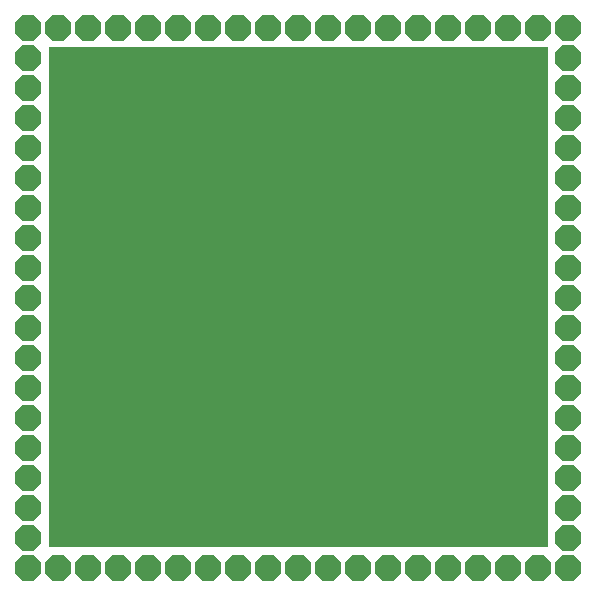
<source format=gbs>
G04 Layer_Color=16711935*
%FSLAX44Y44*%
%MOMM*%
G71*
G01*
G75*
%ADD13C,1.6032*%
%ADD14P,2.3847X8X202.5*%
%ADD15P,2.3847X8X112.5*%
G36*
X461000Y39000D02*
X39000Y39000D01*
X39000Y462000D01*
X461000Y462000D01*
X461000Y39000D01*
D02*
G37*
D13*
X315000Y70000D02*
D03*
Y125000D02*
D03*
Y175000D02*
D03*
Y225000D02*
D03*
Y275000D02*
D03*
Y325000D02*
D03*
Y375000D02*
D03*
Y425000D02*
D03*
X175000D02*
D03*
Y375000D02*
D03*
Y325000D02*
D03*
Y275000D02*
D03*
Y225000D02*
D03*
Y175000D02*
D03*
Y125000D02*
D03*
Y75000D02*
D03*
D14*
X453200Y478600D02*
D03*
X46800D02*
D03*
X72200D02*
D03*
X97600D02*
D03*
X123000D02*
D03*
X148400D02*
D03*
X173800D02*
D03*
X199200D02*
D03*
X224600D02*
D03*
X250000D02*
D03*
X275400D02*
D03*
X300800D02*
D03*
X326200D02*
D03*
X351600D02*
D03*
X377000D02*
D03*
X402400D02*
D03*
X427800D02*
D03*
X453200Y21400D02*
D03*
X46800D02*
D03*
X72200D02*
D03*
X97600D02*
D03*
X123000D02*
D03*
X148400D02*
D03*
X173800D02*
D03*
X199200D02*
D03*
X224600D02*
D03*
X250000D02*
D03*
X275400D02*
D03*
X300800D02*
D03*
X326200D02*
D03*
X351600D02*
D03*
X377000D02*
D03*
X402400D02*
D03*
X427800D02*
D03*
D15*
X21400D02*
D03*
Y46800D02*
D03*
Y72200D02*
D03*
Y97600D02*
D03*
Y123000D02*
D03*
Y148400D02*
D03*
Y173800D02*
D03*
Y199200D02*
D03*
Y224600D02*
D03*
Y250000D02*
D03*
Y275400D02*
D03*
Y300800D02*
D03*
Y326200D02*
D03*
Y351600D02*
D03*
Y377000D02*
D03*
Y402400D02*
D03*
Y427800D02*
D03*
Y453200D02*
D03*
Y478600D02*
D03*
X478600Y21400D02*
D03*
Y46800D02*
D03*
Y72200D02*
D03*
Y97600D02*
D03*
Y123000D02*
D03*
Y148400D02*
D03*
Y173800D02*
D03*
Y199200D02*
D03*
Y224600D02*
D03*
Y250000D02*
D03*
Y275400D02*
D03*
Y300800D02*
D03*
Y326200D02*
D03*
Y351600D02*
D03*
Y377000D02*
D03*
Y402400D02*
D03*
Y427800D02*
D03*
Y453200D02*
D03*
Y478600D02*
D03*
M02*

</source>
